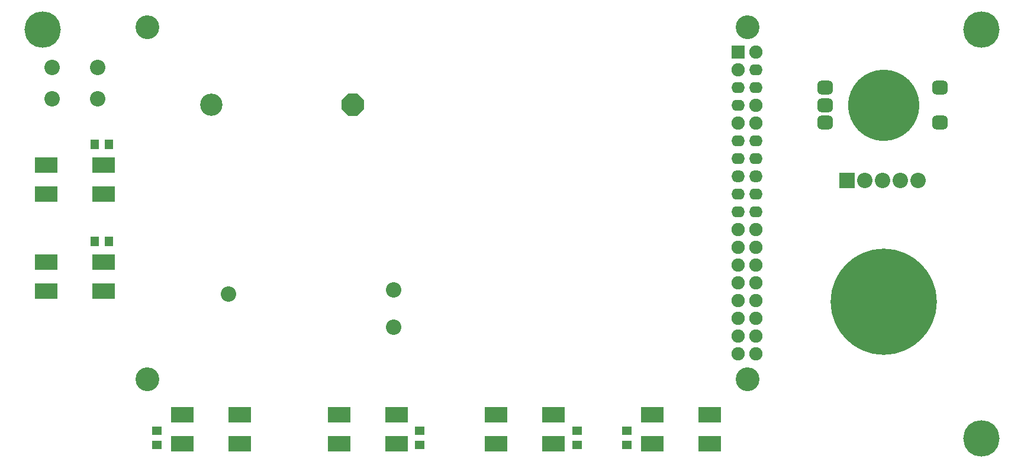
<source format=gts>
G04*
G04 #@! TF.GenerationSoftware,Altium Limited,Altium Designer,21.0.6 (86)*
G04*
G04 Layer_Color=8388736*
%FSLAX25Y25*%
%MOIN*%
G70*
G04*
G04 #@! TF.SameCoordinates,573F4C1C-41E7-4716-BA84-A8DF11FC348D*
G04*
G04*
G04 #@! TF.FilePolarity,Negative*
G04*
G01*
G75*
%ADD13R,0.05721X0.04737*%
%ADD14R,0.04737X0.05721*%
%ADD15R,0.12611X0.08674*%
%ADD16C,0.08674*%
%ADD17R,0.08674X0.08674*%
%ADD18P,0.13650X8X202.5*%
%ADD19C,0.12611*%
%ADD20C,0.07493*%
%ADD21O,0.07493X0.06312*%
%ADD22O,0.07493X0.06706*%
%ADD23R,0.07493X0.07493*%
G04:AMPARAMS|DCode=24|XSize=78.87mil|YSize=86.74mil|CornerRadius=21.72mil|HoleSize=0mil|Usage=FLASHONLY|Rotation=270.000|XOffset=0mil|YOffset=0mil|HoleType=Round|Shape=RoundedRectangle|*
%AMROUNDEDRECTD24*
21,1,0.07887,0.04331,0,0,270.0*
21,1,0.03543,0.08674,0,0,270.0*
1,1,0.04343,-0.02165,-0.01772*
1,1,0.04343,-0.02165,0.01772*
1,1,0.04343,0.02165,0.01772*
1,1,0.04343,0.02165,-0.01772*
%
%ADD24ROUNDEDRECTD24*%
%ADD25C,0.40170*%
%ADD26C,0.20485*%
%ADD27C,0.13398*%
%ADD28C,0.59855*%
D13*
X340354Y16628D02*
D03*
Y8754D02*
D03*
X223622Y16628D02*
D03*
Y8754D02*
D03*
X75492Y16628D02*
D03*
Y8754D02*
D03*
X312402Y16628D02*
D03*
Y8754D02*
D03*
D14*
X40557Y123425D02*
D03*
X48431D02*
D03*
X40557Y177953D02*
D03*
X48431D02*
D03*
D15*
X45669Y95588D02*
D03*
Y111927D02*
D03*
X13386Y95588D02*
D03*
Y111927D02*
D03*
X354724Y25886D02*
D03*
Y9547D02*
D03*
X387008Y25886D02*
D03*
Y9547D02*
D03*
X266465Y25886D02*
D03*
Y9547D02*
D03*
X298748Y25886D02*
D03*
Y9547D02*
D03*
X178205Y25886D02*
D03*
Y9547D02*
D03*
X210489Y25886D02*
D03*
Y9547D02*
D03*
X89946Y25886D02*
D03*
Y9547D02*
D03*
X122229Y25886D02*
D03*
Y9547D02*
D03*
X45669Y150058D02*
D03*
Y166396D02*
D03*
X13386Y150058D02*
D03*
Y166396D02*
D03*
D16*
X504252Y157874D02*
D03*
X494252D02*
D03*
X474252D02*
D03*
X484252D02*
D03*
X16535Y221555D02*
D03*
Y203839D02*
D03*
X42126Y221555D02*
D03*
Y203839D02*
D03*
X209055Y75098D02*
D03*
Y96161D02*
D03*
X116043Y93799D02*
D03*
D17*
X464252Y157874D02*
D03*
D18*
X186030Y200295D02*
D03*
D19*
X106096D02*
D03*
D20*
X402854Y60276D02*
D03*
X412854D02*
D03*
Y70276D02*
D03*
X402854D02*
D03*
X412854Y80276D02*
D03*
X402854D02*
D03*
X412854Y90276D02*
D03*
X402854D02*
D03*
X412854Y100276D02*
D03*
X402854D02*
D03*
X412854Y110276D02*
D03*
X402854D02*
D03*
X412854Y120276D02*
D03*
X402854D02*
D03*
X412854Y130276D02*
D03*
X402854D02*
D03*
X412854Y190276D02*
D03*
X402854D02*
D03*
X412854Y200276D02*
D03*
X402854Y220276D02*
D03*
X412854Y230276D02*
D03*
D21*
Y140276D02*
D03*
X402854D02*
D03*
X412854Y150276D02*
D03*
X402854D02*
D03*
X412854Y170276D02*
D03*
X402854D02*
D03*
X412854Y180276D02*
D03*
X402854D02*
D03*
Y200276D02*
D03*
X412854Y210276D02*
D03*
X402854D02*
D03*
X412854Y220276D02*
D03*
D22*
Y160276D02*
D03*
X402854D02*
D03*
D23*
Y230276D02*
D03*
D24*
X451774Y210092D02*
D03*
Y200250D02*
D03*
Y190407D02*
D03*
X516734Y210092D02*
D03*
Y190407D02*
D03*
D25*
X484943Y200250D02*
D03*
D26*
X540050Y12307D02*
D03*
Y242913D02*
D03*
X11220D02*
D03*
D27*
X70153Y244276D02*
D03*
Y45776D02*
D03*
X408343D02*
D03*
Y244276D02*
D03*
D28*
X484915Y89472D02*
D03*
M02*

</source>
